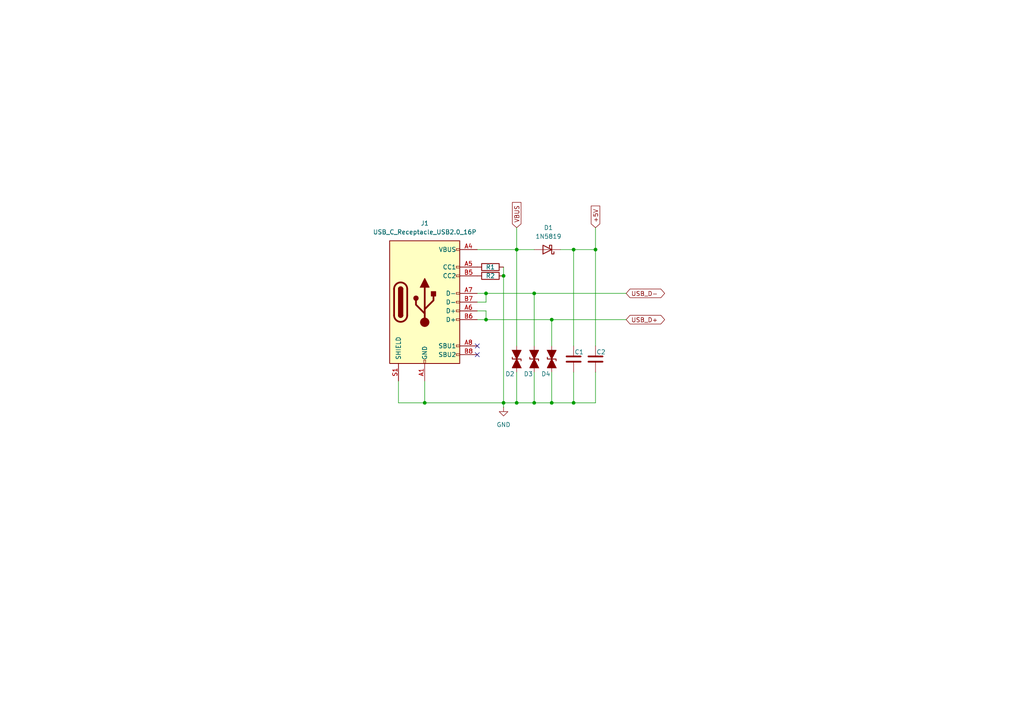
<source format=kicad_sch>
(kicad_sch (version 20250114) (generator "eeschema") (generator_version "9.0")
  (paper "A4")
  (lib_symbols
    (symbol "Connector:USB_C_Receptacle_USB2.0_16P" (pin_names (offset 1.016))
      (property "Reference" "J" (at 0 22.225 0))
      (property "Value" "USB_C_Receptacle_USB2.0_16P" (at 0 19.685 0))
      (symbol "USB_C_Receptacle_USB2.0_16P_0_0"
        (rectangle (start -0.254 -17.78) (end 0.254 -16.764))
        (rectangle (start 10.16 15.494) (end 9.144 14.986))
        (rectangle (start 10.16 10.414) (end 9.144 9.906))
        (rectangle (start 10.16 7.874) (end 9.144 7.366))
        (rectangle (start 10.16 2.794) (end 9.144 2.286))
        (rectangle (start 10.16 0.254) (end 9.144 -0.254))
        (rectangle (start 10.16 -2.286) (end 9.144 -2.794))
        (rectangle (start 10.16 -4.826) (end 9.144 -5.334))
        (rectangle (start 10.16 -12.446) (end 9.144 -12.954))
        (rectangle (start 10.16 -14.986) (end 9.144 -15.494))
      )
      (symbol "USB_C_Receptacle_USB2.0_16P_0_1"
        (rectangle (start -10.16 17.78) (end 10.16 -17.78) (stroke (width 0.254)) (fill (type background)))
        (polyline (pts (xy -8.89 -3.81) (xy -8.89 3.81)) (stroke (width 0.508)))
        (rectangle (start -7.62 -3.81) (end -6.35 3.81) (stroke (width 0.254)) (fill (type outline)))
        (arc (start -7.62 3.81) (mid -6.985 4.4423) (end -6.35 3.81) (stroke (width 0.254)))
        (arc (start -7.62 3.81) (mid -6.985 4.4423) (end -6.35 3.81) (stroke (width 0.254)) (fill (type outline)))
        (arc (start -8.89 3.81) (mid -6.985 5.7067) (end -5.08 3.81) (stroke (width 0.508)))
        (arc (start -5.08 -3.81) (mid -6.985 -5.7067) (end -8.89 -3.81) (stroke (width 0.508)))
        (arc (start -6.35 -3.81) (mid -6.985 -4.4423) (end -7.62 -3.81) (stroke (width 0.254)))
        (arc (start -6.35 -3.81) (mid -6.985 -4.4423) (end -7.62 -3.81) (stroke (width 0.254)) (fill (type outline)))
        (polyline (pts (xy -5.08 3.81) (xy -5.08 -3.81)) (stroke (width 0.508)))
        (circle (center -2.54 1.143) (radius 0.635) (stroke (width 0.254)) (fill (type outline)))
        (polyline (pts (xy -1.27 4.318) (xy 0 6.858) (xy 1.27 4.318) (xy -1.27 4.318)) (stroke (width 0.254)) (fill (type outline)))
        (polyline (pts (xy 0 -2.032) (xy 2.54 0.508) (xy 2.54 1.778)) (stroke (width 0.508)))
        (polyline (pts (xy 0 -3.302) (xy -2.54 -0.762) (xy -2.54 0.508)) (stroke (width 0.508)))
        (polyline (pts (xy 0 -5.842) (xy 0 4.318)) (stroke (width 0.508)))
        (circle (center 0 -5.842) (radius 1.27) (fill (type outline)))
        (rectangle (start 1.905 1.778) (end 3.175 3.048) (stroke (width 0.254)) (fill (type outline)))
      )
      (symbol "USB_C_Receptacle_USB2.0_16P_1_1"
        (pin passive line (at -7.62 -22.86 90) (length 5.08) (name "SHIELD") (number "S1"))
        (pin passive line (at 0 -22.86 90) (length 5.08) (name "GND") (number "A1"))
        (pin passive line (at 0 -22.86 90) (length 5.08) (hide yes) (name "GND") (number "A12"))
        (pin passive line (at 0 -22.86 90) (length 5.08) (hide yes) (name "GND") (number "B1"))
        (pin passive line (at 0 -22.86 90) (length 5.08) (hide yes) (name "GND") (number "B12"))
        (pin passive line (at 15.24 15.24 180) (length 5.08) (name "VBUS") (number "A4"))
        (pin passive line (at 15.24 15.24 180) (length 5.08) (hide yes) (name "VBUS") (number "A9"))
        (pin passive line (at 15.24 15.24 180) (length 5.08) (hide yes) (name "VBUS") (number "B4"))
        (pin passive line (at 15.24 15.24 180) (length 5.08) (hide yes) (name "VBUS") (number "B9"))
        (pin bidirectional line (at 15.24 10.16 180) (length 5.08) (name "CC1") (number "A5"))
        (pin bidirectional line (at 15.24 7.62 180) (length 5.08) (name "CC2") (number "B5"))
        (pin bidirectional line (at 15.24 2.54 180) (length 5.08) (name "D-") (number "A7"))
        (pin bidirectional line (at 15.24 0 180) (length 5.08) (name "D-") (number "B7"))
        (pin bidirectional line (at 15.24 -2.54 180) (length 5.08) (name "D+") (number "A6"))
        (pin bidirectional line (at 15.24 -5.08 180) (length 5.08) (name "D+") (number "B6"))
        (pin bidirectional line (at 15.24 -12.7 180) (length 5.08) (name "SBU1") (number "A8"))
        (pin bidirectional line (at 15.24 -15.24 180) (length 5.08) (name "SBU2") (number "B8"))
      )
    )
    (symbol "Device:C" (pin_numbers (hide yes)) (pin_names (offset 0.254))
      (property "Reference" "C" (at 0.635 2.54 0))
      (property "Value" "C" (at 0.635 -2.54 0))
      (symbol "C_0_1"
        (polyline (pts (xy -2.032 0.762) (xy 2.032 0.762)) (stroke (width 0.508)))
        (polyline (pts (xy -2.032 -0.762) (xy 2.032 -0.762)) (stroke (width 0.508)))
      )
      (symbol "C_1_1"
        (pin passive line (at 0 3.81 270) (length 2.794) (name "~") (number "1"))
        (pin passive line (at 0 -3.81 90) (length 2.794) (name "~") (number "2"))
      )
    )
    (symbol "Device:D_TVS_Filled" (pin_numbers (hide yes)) (pin_names (offset 1.016) (hide yes))
      (property "Reference" "D" (at 0 2.54 0))
      (property "Value" "D_TVS_Filled" (at 0 -2.54 0))
      (symbol "D_TVS_Filled_0_1"
        (polyline (pts (xy -2.54 -1.27) (xy 0 0) (xy -2.54 1.27) (xy -2.54 -1.27)) (stroke (width 0.254)) (fill (type outline)))
        (polyline (pts (xy 0.508 1.27) (xy 0 1.27) (xy 0 -1.27) (xy -0.508 -1.27)) (stroke (width 0.254)))
        (polyline (pts (xy 1.27 0) (xy -1.27 0)))
        (polyline (pts (xy 2.54 1.27) (xy 2.54 -1.27) (xy 0 0) (xy 2.54 1.27)) (stroke (width 0.254)) (fill (type outline)))
      )
      (symbol "D_TVS_Filled_1_1"
        (pin passive line (at -3.81 0 0) (length 2.54) (name "A1") (number "1"))
        (pin passive line (at 3.81 0 180) (length 2.54) (name "A2") (number "2"))
      )
    )
    (symbol "Device:R" (pin_numbers (hide yes)) (pin_names (offset 0))
      (property "Reference" "R" (at 2.032 0 90))
      (property "Value" "R" (at 0 0 90))
      (symbol "R_0_1"
        (rectangle (start -1.016 -2.54) (end 1.016 2.54) (stroke (width 0.254)))
      )
      (symbol "R_1_1"
        (pin passive line (at 0 3.81 270) (length 1.27) (name "~") (number "1"))
        (pin passive line (at 0 -3.81 90) (length 1.27) (name "~") (number "2"))
      )
    )
    (symbol "Diode:1N5819" (pin_numbers (hide yes)) (pin_names (offset 1.016) (hide yes))
      (property "Reference" "D" (at 0 2.54 0))
      (property "Value" "1N5819" (at 0 -2.54 0))
      (symbol "1N5819_0_1"
        (polyline (pts (xy -1.905 0.635) (xy -1.905 1.27) (xy -1.27 1.27) (xy -1.27 -1.27) (xy -0.635 -1.27) (xy -0.635 -0.635)) (stroke (width 0.254)))
        (polyline (pts (xy 1.27 1.27) (xy 1.27 -1.27) (xy -1.27 0) (xy 1.27 1.27)) (stroke (width 0.254)))
        (polyline (pts (xy 1.27 0) (xy -1.27 0)))
      )
      (symbol "1N5819_1_1"
        (pin passive line (at -3.81 0 0) (length 2.54) (name "K") (number "1"))
        (pin passive line (at 3.81 0 180) (length 2.54) (name "A") (number "2"))
      )
    )
    (symbol "R_1" (pin_numbers (hide yes)) (pin_names (offset 0))
      (property "Reference" "R" (at 2.032 0 90))
      (property "Value" "R" (at 0 0 90))
      (symbol "R_1_0_1"
        (rectangle (start -1.016 -2.54) (end 1.016 2.54) (stroke (width 0.254)))
      )
      (symbol "R_1_1_1"
        (pin passive line (at 0 3.81 270) (length 1.27) (name "~") (number "1"))
        (pin passive line (at 0 -3.81 90) (length 1.27) (name "~") (number "2"))
      )
    )
    (symbol "power:GND" (power) (pin_numbers (hide yes)) (pin_names (offset 0) (hide yes))
      (property "Value" "GND" (at 0 -3.81 0))
      (symbol "GND_0_1"
        (polyline (pts (xy 0 0) (xy 0 -1.27) (xy 1.27 -1.27) (xy 0 -2.54) (xy -1.27 -1.27) (xy 0 -1.27)))
      )
      (symbol "GND_1_1"
        (pin power_in line (at 0 0 270) (length 0) (name "~") (number "1"))
      )
    )
  )
  (junction (at 166.37 116.84))
  (junction (at 160.02 116.84))
  (junction (at 123.19 116.84))
  (junction (at 154.94 85.09))
  (junction (at 160.02 92.71))
  (junction (at 146.05 116.84))
  (junction (at 149.86 116.84))
  (junction (at 140.97 92.71))
  (junction (at 140.97 85.09))
  (junction (at 172.72 72.39))
  (junction (at 154.94 116.84))
  (junction (at 149.86 72.39))
  (junction (at 166.37 72.39))
  (junction (at 146.05 80.01))
  (no_connect (at 138.43 102.87))
  (no_connect (at 138.43 100.33))
  (wire (pts (xy 149.86 116.84) (xy 146.05 116.84)))
  (wire (pts (xy 154.94 85.09) (xy 181.61 85.09)))
  (wire (pts (xy 138.43 72.39) (xy 149.86 72.39)))
  (wire (pts (xy 149.86 72.39) (xy 149.86 100.33)))
  (wire (pts (xy 123.19 116.84) (xy 115.57 116.84)))
  (wire (pts (xy 149.86 107.95) (xy 149.86 116.84)))
  (wire (pts (xy 166.37 72.39) (xy 172.72 72.39)))
  (wire (pts (xy 160.02 92.71) (xy 160.02 100.33)))
  (wire (pts (xy 140.97 87.63) (xy 140.97 85.09)))
  (wire (pts (xy 146.05 116.84) (xy 146.05 118.11)))
  (wire (pts (xy 138.43 87.63) (xy 140.97 87.63)))
  (wire (pts (xy 166.37 116.84) (xy 160.02 116.84)))
  (wire (pts (xy 160.02 107.95) (xy 160.02 116.84)))
  (wire (pts (xy 181.61 92.71) (xy 160.02 92.71)))
  (wire (pts (xy 138.43 90.17) (xy 140.97 90.17)))
  (wire (pts (xy 172.72 66.04) (xy 172.72 72.39)))
  (wire (pts (xy 140.97 92.71) (xy 160.02 92.71)))
  (wire (pts (xy 160.02 116.84) (xy 154.94 116.84)))
  (wire (pts (xy 166.37 72.39) (xy 166.37 100.33)))
  (wire (pts (xy 140.97 92.71) (xy 138.43 92.71)))
  (wire (pts (xy 123.19 116.84) (xy 146.05 116.84)))
  (wire (pts (xy 166.37 107.95) (xy 166.37 116.84)))
  (wire (pts (xy 146.05 80.01) (xy 146.05 116.84)))
  (wire (pts (xy 115.57 110.49) (xy 115.57 116.84)))
  (wire (pts (xy 140.97 85.09) (xy 138.43 85.09)))
  (wire (pts (xy 149.86 72.39) (xy 154.94 72.39)))
  (wire (pts (xy 154.94 107.95) (xy 154.94 116.84)))
  (wire (pts (xy 154.94 85.09) (xy 154.94 100.33)))
  (wire (pts (xy 123.19 110.49) (xy 123.19 116.84)))
  (wire (pts (xy 149.86 66.04) (xy 149.86 72.39)))
  (wire (pts (xy 154.94 116.84) (xy 149.86 116.84)))
  (wire (pts (xy 162.56 72.39) (xy 166.37 72.39)))
  (wire (pts (xy 172.72 107.95) (xy 172.72 116.84)))
  (wire (pts (xy 172.72 100.33) (xy 172.72 72.39)))
  (wire (pts (xy 140.97 85.09) (xy 154.94 85.09)))
  (wire (pts (xy 166.37 116.84) (xy 172.72 116.84)))
  (wire (pts (xy 140.97 90.17) (xy 140.97 92.71)))
  (wire (pts (xy 146.05 77.47) (xy 146.05 80.01)))
  (global_label "VBUS" (shape input) (at 149.86 66.04 90) (property "Intersheetrefs" "${INTERSHEET_REFS}" (effects (hide yes))))
  (global_label "USB_D+" (shape bidirectional) (at 181.61 92.71 0) (property "Intersheetrefs" "${INTERSHEET_REFS}" (effects (hide yes))))
  (global_label "+5V" (shape input) (at 172.72 66.04 90) (property "Intersheetrefs" "${INTERSHEET_REFS}" (effects (hide yes))))
  (global_label "USB_D-" (shape bidirectional) (at 181.61 85.09 0) (property "Intersheetrefs" "${INTERSHEET_REFS}" (effects (hide yes))))
  (symbol (lib_id "Connector:USB_C_Receptacle_USB2.0_16P") (at 123.19 87.63 0) (unit 1)
    (property "Reference" "J1" (at 123.19 64.77 0))
    (property "Value" "USB_C_Receptacle_USB2.0_16P" (at 123.19 67.31 0))
    (property "Datasheet" "https://www.usb.org/sites/default/files/documents/usb_type-c.zip" (effects (hide yes)))
    (property "Description" "USB 2.0-only 16P Type-C Receptacle connector" (effects (hide yes)))
  )
  (symbol (lib_id "Device:D_TVS_Filled") (at 149.86 104.14 90) (unit 1)
    (property "Reference" "D2" (at 146.558 108.458 90) (effects (justify right)))
    (property "Description" "Bidirectional transient-voltage-suppression diode, filled shape" (effects (hide yes)))
  )
  (symbol (lib_id "Device:R") (at 142.24 77.47 270) (mirror x) (unit 1)
    (property "Reference" "R1" (at 142.24 77.47 90))
    (property "Value" "5.1kΩ" (effects (hide yes)))
    (property "Description" "Resistor" (effects (hide yes)))
  )
  (symbol (lib_id "Diode:1N5819") (at 158.75 72.39 180) (unit 1)
    (property "Reference" "D1" (at 159.0675 66.04 0))
    (property "Value" "1N5819" (at 159.0675 68.58 0))
    (property "Footprint" "Diode_THT:D_DO-41_SOD81_P10.16mm_Horizontal" (effects (hide yes)))
    (property "Datasheet" "http://www.vishay.com/docs/88525/1n5817.pdf" (effects (hide yes)))
    (property "Description" "40V 1A Schottky Barrier Rectifier Diode, DO-41" (effects (hide yes)))
  )
  (symbol (lib_id "Device:C") (at 172.72 104.14 0) (unit 1)
    (property "Reference" "C2" (at 172.974 102.108 0) (effects (justify left)))
    (property "Value" "100nF/16V/X7R" (effects (hide yes)))
    (property "Footprint" "Capacitor_SMD:C_0402_1005Metric_Pad0.74x0.62mm_HandSolder" (effects (hide yes)))
    (property "Description" "Unpolarized capacitor" (effects (hide yes)))
  )
  (symbol (lib_id "Device:D_TVS_Filled") (at 160.02 104.14 90) (unit 1)
    (property "Reference" "D4" (at 156.972 108.458 90) (effects (justify right)))
    (property "Description" "Bidirectional transient-voltage-suppression diode, filled shape" (effects (hide yes)))
  )
  (symbol (lib_name "R_1") (lib_id "Device:R") (at 142.24 80.01 270) (mirror x) (unit 1)
    (property "Reference" "R2" (at 142.24 80.01 90))
    (property "Value" "5.1kΩ" (effects (hide yes)))
    (property "Description" "Resistor" (effects (hide yes)))
  )
  (symbol (lib_id "Device:D_TVS_Filled") (at 154.94 104.14 90) (unit 1)
    (property "Reference" "D3" (at 151.892 108.458 90) (effects (justify right)))
    (property "Description" "Bidirectional transient-voltage-suppression diode, filled shape" (effects (hide yes)))
  )
  (symbol (lib_id "power:GND") (at 146.05 118.11 0) (unit 1)
    (property "Reference" "#PWR06" (effects (hide yes)))
    (property "Value" "GND" (at 146.05 123.19 0))
    (property "Description" "Power symbol creates a global label with name \"GND\" , ground" (effects (hide yes)))
  )
  (symbol (lib_id "Device:C") (at 166.37 104.14 0) (unit 1)
    (property "Reference" "C1" (at 166.624 102.108 0) (effects (justify left)))
    (property "Value" "10uF/16V/X7R" (effects (hide yes)))
    (property "Footprint" "Capacitor_SMD:C_0805_2012Metric_Pad1.18x1.45mm_HandSolder" (effects (hide yes)))
    (property "Description" "Unpolarized capacitor" (effects (hide yes)))
  )
)
</source>
